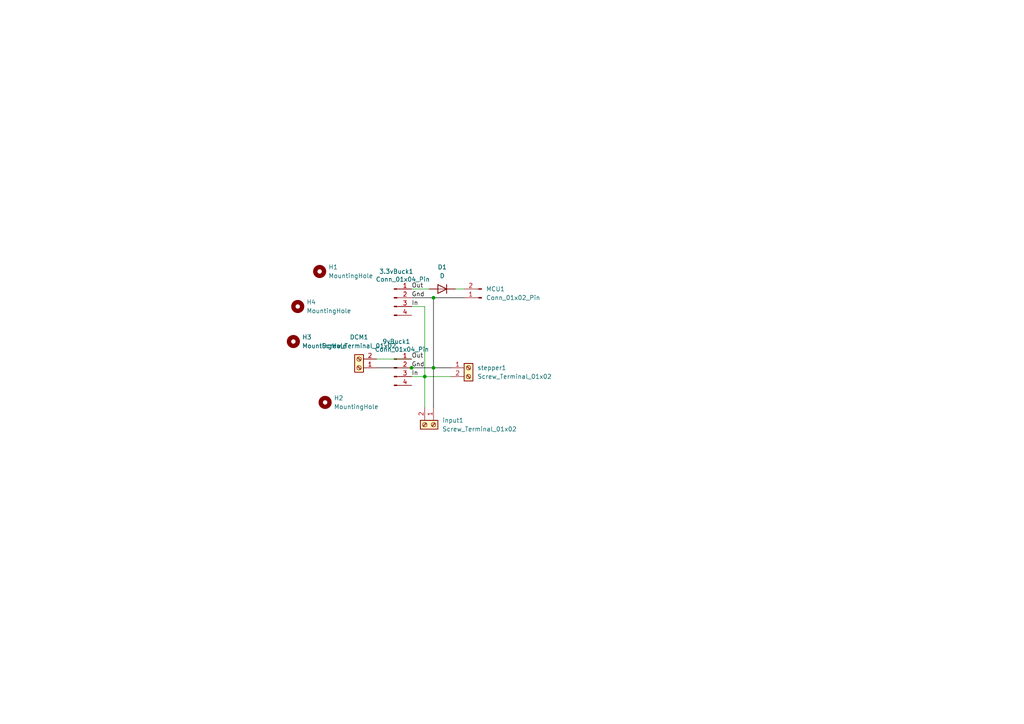
<source format=kicad_sch>
(kicad_sch
	(version 20231120)
	(generator "eeschema")
	(generator_version "8.0")
	(uuid "ca191a3f-090a-492d-8f5b-0680cd96fd5c")
	(paper "A4")
	(lib_symbols
		(symbol "Conn_01x04_Pin_1"
			(pin_names
				(offset 1.016) hide)
			(exclude_from_sim no)
			(in_bom yes)
			(on_board yes)
			(property "Reference" "J"
				(at 0 5.08 0)
				(effects
					(font
						(size 1.27 1.27)
					)
				)
			)
			(property "Value" "Conn_01x04_Pin"
				(at 0 -7.62 0)
				(effects
					(font
						(size 1.27 1.27)
					)
				)
			)
			(property "Footprint" ""
				(at 0 0 0)
				(effects
					(font
						(size 1.27 1.27)
					)
					(hide yes)
				)
			)
			(property "Datasheet" "~"
				(at 0 0 0)
				(effects
					(font
						(size 1.27 1.27)
					)
					(hide yes)
				)
			)
			(property "Description" "Generic connector, single row, 01x04, script generated"
				(at 0 0 0)
				(effects
					(font
						(size 1.27 1.27)
					)
					(hide yes)
				)
			)
			(property "ki_locked" ""
				(at 0 0 0)
				(effects
					(font
						(size 1.27 1.27)
					)
				)
			)
			(property "ki_keywords" "connector"
				(at 0 0 0)
				(effects
					(font
						(size 1.27 1.27)
					)
					(hide yes)
				)
			)
			(property "ki_fp_filters" "Connector*:*_1x??_*"
				(at 0 0 0)
				(effects
					(font
						(size 1.27 1.27)
					)
					(hide yes)
				)
			)
			(symbol "Conn_01x04_Pin_1_1_1"
				(polyline
					(pts
						(xy 1.27 -5.08) (xy 0.8636 -5.08)
					)
					(stroke
						(width 0.1524)
						(type default)
					)
					(fill
						(type none)
					)
				)
				(polyline
					(pts
						(xy 1.27 -2.54) (xy 0.8636 -2.54)
					)
					(stroke
						(width 0.1524)
						(type default)
					)
					(fill
						(type none)
					)
				)
				(polyline
					(pts
						(xy 1.27 0) (xy 0.8636 0)
					)
					(stroke
						(width 0.1524)
						(type default)
					)
					(fill
						(type none)
					)
				)
				(polyline
					(pts
						(xy 1.27 2.54) (xy 0.8636 2.54)
					)
					(stroke
						(width 0.1524)
						(type default)
					)
					(fill
						(type none)
					)
				)
				(rectangle
					(start 0.8636 -4.953)
					(end 0 -5.207)
					(stroke
						(width 0.1524)
						(type default)
					)
					(fill
						(type outline)
					)
				)
				(rectangle
					(start 0.8636 -2.413)
					(end 0 -2.667)
					(stroke
						(width 0.1524)
						(type default)
					)
					(fill
						(type outline)
					)
				)
				(rectangle
					(start 0.8636 0.127)
					(end 0 -0.127)
					(stroke
						(width 0.1524)
						(type default)
					)
					(fill
						(type outline)
					)
				)
				(rectangle
					(start 0.8636 2.667)
					(end 0 2.413)
					(stroke
						(width 0.1524)
						(type default)
					)
					(fill
						(type outline)
					)
				)
				(pin passive line
					(at 5.08 2.54 180)
					(length 3.81)
					(name "Pin_1"
						(effects
							(font
								(size 1.27 1.27)
							)
						)
					)
					(number "1"
						(effects
							(font
								(size 1.27 1.27)
							)
						)
					)
				)
				(pin passive line
					(at 5.08 0 180)
					(length 3.81)
					(name "Pin_2"
						(effects
							(font
								(size 1.27 1.27)
							)
						)
					)
					(number "2"
						(effects
							(font
								(size 1.27 1.27)
							)
						)
					)
				)
				(pin passive line
					(at 5.08 -2.54 180)
					(length 3.81)
					(name "Pin_3"
						(effects
							(font
								(size 1.27 1.27)
							)
						)
					)
					(number "3"
						(effects
							(font
								(size 1.27 1.27)
							)
						)
					)
				)
				(pin passive line
					(at 5.08 -5.08 180)
					(length 3.81)
					(name "Pin_4"
						(effects
							(font
								(size 1.27 1.27)
							)
						)
					)
					(number "4"
						(effects
							(font
								(size 1.27 1.27)
							)
						)
					)
				)
			)
		)
		(symbol "Connector:Conn_01x02_Pin"
			(pin_names
				(offset 1.016) hide)
			(exclude_from_sim no)
			(in_bom yes)
			(on_board yes)
			(property "Reference" "J"
				(at 0 2.54 0)
				(effects
					(font
						(size 1.27 1.27)
					)
				)
			)
			(property "Value" "Conn_01x02_Pin"
				(at 0 -5.08 0)
				(effects
					(font
						(size 1.27 1.27)
					)
				)
			)
			(property "Footprint" ""
				(at 0 0 0)
				(effects
					(font
						(size 1.27 1.27)
					)
					(hide yes)
				)
			)
			(property "Datasheet" "~"
				(at 0 0 0)
				(effects
					(font
						(size 1.27 1.27)
					)
					(hide yes)
				)
			)
			(property "Description" "Generic connector, single row, 01x02, script generated"
				(at 0 0 0)
				(effects
					(font
						(size 1.27 1.27)
					)
					(hide yes)
				)
			)
			(property "ki_locked" ""
				(at 0 0 0)
				(effects
					(font
						(size 1.27 1.27)
					)
				)
			)
			(property "ki_keywords" "connector"
				(at 0 0 0)
				(effects
					(font
						(size 1.27 1.27)
					)
					(hide yes)
				)
			)
			(property "ki_fp_filters" "Connector*:*_1x??_*"
				(at 0 0 0)
				(effects
					(font
						(size 1.27 1.27)
					)
					(hide yes)
				)
			)
			(symbol "Conn_01x02_Pin_1_1"
				(polyline
					(pts
						(xy 1.27 -2.54) (xy 0.8636 -2.54)
					)
					(stroke
						(width 0.1524)
						(type default)
					)
					(fill
						(type none)
					)
				)
				(polyline
					(pts
						(xy 1.27 0) (xy 0.8636 0)
					)
					(stroke
						(width 0.1524)
						(type default)
					)
					(fill
						(type none)
					)
				)
				(rectangle
					(start 0.8636 -2.413)
					(end 0 -2.667)
					(stroke
						(width 0.1524)
						(type default)
					)
					(fill
						(type outline)
					)
				)
				(rectangle
					(start 0.8636 0.127)
					(end 0 -0.127)
					(stroke
						(width 0.1524)
						(type default)
					)
					(fill
						(type outline)
					)
				)
				(pin passive line
					(at 5.08 0 180)
					(length 3.81)
					(name "Pin_1"
						(effects
							(font
								(size 1.27 1.27)
							)
						)
					)
					(number "1"
						(effects
							(font
								(size 1.27 1.27)
							)
						)
					)
				)
				(pin passive line
					(at 5.08 -2.54 180)
					(length 3.81)
					(name "Pin_2"
						(effects
							(font
								(size 1.27 1.27)
							)
						)
					)
					(number "2"
						(effects
							(font
								(size 1.27 1.27)
							)
						)
					)
				)
			)
		)
		(symbol "Connector:Conn_01x04_Pin"
			(pin_names
				(offset 1.016) hide)
			(exclude_from_sim no)
			(in_bom yes)
			(on_board yes)
			(property "Reference" "J"
				(at 0 5.08 0)
				(effects
					(font
						(size 1.27 1.27)
					)
				)
			)
			(property "Value" "Conn_01x04_Pin"
				(at 0 -7.62 0)
				(effects
					(font
						(size 1.27 1.27)
					)
				)
			)
			(property "Footprint" ""
				(at 0 0 0)
				(effects
					(font
						(size 1.27 1.27)
					)
					(hide yes)
				)
			)
			(property "Datasheet" "~"
				(at 0 0 0)
				(effects
					(font
						(size 1.27 1.27)
					)
					(hide yes)
				)
			)
			(property "Description" "Generic connector, single row, 01x04, script generated"
				(at 0 0 0)
				(effects
					(font
						(size 1.27 1.27)
					)
					(hide yes)
				)
			)
			(property "ki_locked" ""
				(at 0 0 0)
				(effects
					(font
						(size 1.27 1.27)
					)
				)
			)
			(property "ki_keywords" "connector"
				(at 0 0 0)
				(effects
					(font
						(size 1.27 1.27)
					)
					(hide yes)
				)
			)
			(property "ki_fp_filters" "Connector*:*_1x??_*"
				(at 0 0 0)
				(effects
					(font
						(size 1.27 1.27)
					)
					(hide yes)
				)
			)
			(symbol "Conn_01x04_Pin_1_1"
				(polyline
					(pts
						(xy 1.27 -5.08) (xy 0.8636 -5.08)
					)
					(stroke
						(width 0.1524)
						(type default)
					)
					(fill
						(type none)
					)
				)
				(polyline
					(pts
						(xy 1.27 -2.54) (xy 0.8636 -2.54)
					)
					(stroke
						(width 0.1524)
						(type default)
					)
					(fill
						(type none)
					)
				)
				(polyline
					(pts
						(xy 1.27 0) (xy 0.8636 0)
					)
					(stroke
						(width 0.1524)
						(type default)
					)
					(fill
						(type none)
					)
				)
				(polyline
					(pts
						(xy 1.27 2.54) (xy 0.8636 2.54)
					)
					(stroke
						(width 0.1524)
						(type default)
					)
					(fill
						(type none)
					)
				)
				(rectangle
					(start 0.8636 -4.953)
					(end 0 -5.207)
					(stroke
						(width 0.1524)
						(type default)
					)
					(fill
						(type outline)
					)
				)
				(rectangle
					(start 0.8636 -2.413)
					(end 0 -2.667)
					(stroke
						(width 0.1524)
						(type default)
					)
					(fill
						(type outline)
					)
				)
				(rectangle
					(start 0.8636 0.127)
					(end 0 -0.127)
					(stroke
						(width 0.1524)
						(type default)
					)
					(fill
						(type outline)
					)
				)
				(rectangle
					(start 0.8636 2.667)
					(end 0 2.413)
					(stroke
						(width 0.1524)
						(type default)
					)
					(fill
						(type outline)
					)
				)
				(pin passive line
					(at 5.08 2.54 180)
					(length 3.81)
					(name "Pin_1"
						(effects
							(font
								(size 1.27 1.27)
							)
						)
					)
					(number "1"
						(effects
							(font
								(size 1.27 1.27)
							)
						)
					)
				)
				(pin passive line
					(at 5.08 0 180)
					(length 3.81)
					(name "Pin_2"
						(effects
							(font
								(size 1.27 1.27)
							)
						)
					)
					(number "2"
						(effects
							(font
								(size 1.27 1.27)
							)
						)
					)
				)
				(pin passive line
					(at 5.08 -2.54 180)
					(length 3.81)
					(name "Pin_3"
						(effects
							(font
								(size 1.27 1.27)
							)
						)
					)
					(number "3"
						(effects
							(font
								(size 1.27 1.27)
							)
						)
					)
				)
				(pin passive line
					(at 5.08 -5.08 180)
					(length 3.81)
					(name "Pin_4"
						(effects
							(font
								(size 1.27 1.27)
							)
						)
					)
					(number "4"
						(effects
							(font
								(size 1.27 1.27)
							)
						)
					)
				)
			)
		)
		(symbol "Connector:Screw_Terminal_01x02"
			(pin_names
				(offset 1.016) hide)
			(exclude_from_sim no)
			(in_bom yes)
			(on_board yes)
			(property "Reference" "J"
				(at 0 2.54 0)
				(effects
					(font
						(size 1.27 1.27)
					)
				)
			)
			(property "Value" "Screw_Terminal_01x02"
				(at 0 -5.08 0)
				(effects
					(font
						(size 1.27 1.27)
					)
				)
			)
			(property "Footprint" ""
				(at 0 0 0)
				(effects
					(font
						(size 1.27 1.27)
					)
					(hide yes)
				)
			)
			(property "Datasheet" "~"
				(at 0 0 0)
				(effects
					(font
						(size 1.27 1.27)
					)
					(hide yes)
				)
			)
			(property "Description" "Generic screw terminal, single row, 01x02, script generated (kicad-library-utils/schlib/autogen/connector/)"
				(at 0 0 0)
				(effects
					(font
						(size 1.27 1.27)
					)
					(hide yes)
				)
			)
			(property "ki_keywords" "screw terminal"
				(at 0 0 0)
				(effects
					(font
						(size 1.27 1.27)
					)
					(hide yes)
				)
			)
			(property "ki_fp_filters" "TerminalBlock*:*"
				(at 0 0 0)
				(effects
					(font
						(size 1.27 1.27)
					)
					(hide yes)
				)
			)
			(symbol "Screw_Terminal_01x02_1_1"
				(rectangle
					(start -1.27 1.27)
					(end 1.27 -3.81)
					(stroke
						(width 0.254)
						(type default)
					)
					(fill
						(type background)
					)
				)
				(circle
					(center 0 -2.54)
					(radius 0.635)
					(stroke
						(width 0.1524)
						(type default)
					)
					(fill
						(type none)
					)
				)
				(polyline
					(pts
						(xy -0.5334 -2.2098) (xy 0.3302 -3.048)
					)
					(stroke
						(width 0.1524)
						(type default)
					)
					(fill
						(type none)
					)
				)
				(polyline
					(pts
						(xy -0.5334 0.3302) (xy 0.3302 -0.508)
					)
					(stroke
						(width 0.1524)
						(type default)
					)
					(fill
						(type none)
					)
				)
				(polyline
					(pts
						(xy -0.3556 -2.032) (xy 0.508 -2.8702)
					)
					(stroke
						(width 0.1524)
						(type default)
					)
					(fill
						(type none)
					)
				)
				(polyline
					(pts
						(xy -0.3556 0.508) (xy 0.508 -0.3302)
					)
					(stroke
						(width 0.1524)
						(type default)
					)
					(fill
						(type none)
					)
				)
				(circle
					(center 0 0)
					(radius 0.635)
					(stroke
						(width 0.1524)
						(type default)
					)
					(fill
						(type none)
					)
				)
				(pin passive line
					(at -5.08 0 0)
					(length 3.81)
					(name "Pin_1"
						(effects
							(font
								(size 1.27 1.27)
							)
						)
					)
					(number "1"
						(effects
							(font
								(size 1.27 1.27)
							)
						)
					)
				)
				(pin passive line
					(at -5.08 -2.54 0)
					(length 3.81)
					(name "Pin_2"
						(effects
							(font
								(size 1.27 1.27)
							)
						)
					)
					(number "2"
						(effects
							(font
								(size 1.27 1.27)
							)
						)
					)
				)
			)
		)
		(symbol "Device:D"
			(pin_numbers hide)
			(pin_names
				(offset 1.016) hide)
			(exclude_from_sim no)
			(in_bom yes)
			(on_board yes)
			(property "Reference" "D"
				(at 0 2.54 0)
				(effects
					(font
						(size 1.27 1.27)
					)
				)
			)
			(property "Value" "D"
				(at 0 -2.54 0)
				(effects
					(font
						(size 1.27 1.27)
					)
				)
			)
			(property "Footprint" ""
				(at 0 0 0)
				(effects
					(font
						(size 1.27 1.27)
					)
					(hide yes)
				)
			)
			(property "Datasheet" "~"
				(at 0 0 0)
				(effects
					(font
						(size 1.27 1.27)
					)
					(hide yes)
				)
			)
			(property "Description" "Diode"
				(at 0 0 0)
				(effects
					(font
						(size 1.27 1.27)
					)
					(hide yes)
				)
			)
			(property "Sim.Device" "D"
				(at 0 0 0)
				(effects
					(font
						(size 1.27 1.27)
					)
					(hide yes)
				)
			)
			(property "Sim.Pins" "1=K 2=A"
				(at 0 0 0)
				(effects
					(font
						(size 1.27 1.27)
					)
					(hide yes)
				)
			)
			(property "ki_keywords" "diode"
				(at 0 0 0)
				(effects
					(font
						(size 1.27 1.27)
					)
					(hide yes)
				)
			)
			(property "ki_fp_filters" "TO-???* *_Diode_* *SingleDiode* D_*"
				(at 0 0 0)
				(effects
					(font
						(size 1.27 1.27)
					)
					(hide yes)
				)
			)
			(symbol "D_0_1"
				(polyline
					(pts
						(xy -1.27 1.27) (xy -1.27 -1.27)
					)
					(stroke
						(width 0.254)
						(type default)
					)
					(fill
						(type none)
					)
				)
				(polyline
					(pts
						(xy 1.27 0) (xy -1.27 0)
					)
					(stroke
						(width 0)
						(type default)
					)
					(fill
						(type none)
					)
				)
				(polyline
					(pts
						(xy 1.27 1.27) (xy 1.27 -1.27) (xy -1.27 0) (xy 1.27 1.27)
					)
					(stroke
						(width 0.254)
						(type default)
					)
					(fill
						(type none)
					)
				)
			)
			(symbol "D_1_1"
				(pin passive line
					(at -3.81 0 0)
					(length 2.54)
					(name "K"
						(effects
							(font
								(size 1.27 1.27)
							)
						)
					)
					(number "1"
						(effects
							(font
								(size 1.27 1.27)
							)
						)
					)
				)
				(pin passive line
					(at 3.81 0 180)
					(length 2.54)
					(name "A"
						(effects
							(font
								(size 1.27 1.27)
							)
						)
					)
					(number "2"
						(effects
							(font
								(size 1.27 1.27)
							)
						)
					)
				)
			)
		)
		(symbol "Mechanical:MountingHole"
			(pin_names
				(offset 1.016)
			)
			(exclude_from_sim yes)
			(in_bom no)
			(on_board yes)
			(property "Reference" "H"
				(at 0 5.08 0)
				(effects
					(font
						(size 1.27 1.27)
					)
				)
			)
			(property "Value" "MountingHole"
				(at 0 3.175 0)
				(effects
					(font
						(size 1.27 1.27)
					)
				)
			)
			(property "Footprint" ""
				(at 0 0 0)
				(effects
					(font
						(size 1.27 1.27)
					)
					(hide yes)
				)
			)
			(property "Datasheet" "~"
				(at 0 0 0)
				(effects
					(font
						(size 1.27 1.27)
					)
					(hide yes)
				)
			)
			(property "Description" "Mounting Hole without connection"
				(at 0 0 0)
				(effects
					(font
						(size 1.27 1.27)
					)
					(hide yes)
				)
			)
			(property "ki_keywords" "mounting hole"
				(at 0 0 0)
				(effects
					(font
						(size 1.27 1.27)
					)
					(hide yes)
				)
			)
			(property "ki_fp_filters" "MountingHole*"
				(at 0 0 0)
				(effects
					(font
						(size 1.27 1.27)
					)
					(hide yes)
				)
			)
			(symbol "MountingHole_0_1"
				(circle
					(center 0 0)
					(radius 1.27)
					(stroke
						(width 1.27)
						(type default)
					)
					(fill
						(type none)
					)
				)
			)
		)
	)
	(junction
		(at 123.19 109.22)
		(diameter 0)
		(color 0 0 0 0)
		(uuid "0f901762-47a2-4c5b-a778-9a8756150909")
	)
	(junction
		(at 125.73 106.68)
		(diameter 0)
		(color 0 0 0 0)
		(uuid "78b06327-9eb8-4b2e-8dd0-1285cc40b181")
	)
	(junction
		(at 119.38 106.68)
		(diameter 0)
		(color 0 0 0 0)
		(uuid "9411ba4a-cc4b-4fb1-bebe-912f72de3dbc")
	)
	(junction
		(at 125.73 86.36)
		(diameter 0)
		(color 0 0 0 0)
		(uuid "cd42c42e-944d-438c-9f12-5c144ba87c85")
	)
	(wire
		(pts
			(xy 125.73 106.68) (xy 130.81 106.68)
		)
		(stroke
			(width 0)
			(type default)
			(color 0 0 0 1)
		)
		(uuid "08ea5aa1-5fe3-4943-aa30-c338a41f47cb")
	)
	(wire
		(pts
			(xy 123.19 109.22) (xy 130.81 109.22)
		)
		(stroke
			(width 0)
			(type default)
		)
		(uuid "10024ed4-5856-4c21-b0f3-d1c71b9af245")
	)
	(wire
		(pts
			(xy 132.08 83.82) (xy 134.62 83.82)
		)
		(stroke
			(width 0)
			(type default)
		)
		(uuid "1eb30009-e9c5-4449-b01a-2abb8e028080")
	)
	(wire
		(pts
			(xy 123.19 109.22) (xy 119.38 109.22)
		)
		(stroke
			(width 0)
			(type default)
		)
		(uuid "304d2245-cfc0-4e9c-83eb-3dccd6bc837a")
	)
	(wire
		(pts
			(xy 119.38 83.82) (xy 124.46 83.82)
		)
		(stroke
			(width 0)
			(type default)
		)
		(uuid "3593552a-9d93-4af0-9558-0c21776edece")
	)
	(wire
		(pts
			(xy 109.22 104.14) (xy 119.38 104.14)
		)
		(stroke
			(width 0)
			(type default)
		)
		(uuid "605aa2ae-4c8c-427e-a9f6-9c46d6393c1b")
	)
	(wire
		(pts
			(xy 123.19 88.9) (xy 119.38 88.9)
		)
		(stroke
			(width 0)
			(type default)
		)
		(uuid "6745e16a-3659-4af8-89d3-ba2c0923bc2d")
	)
	(wire
		(pts
			(xy 123.19 109.22) (xy 123.19 88.9)
		)
		(stroke
			(width 0)
			(type default)
		)
		(uuid "683dc8d6-1e33-4fff-a023-68fb711b18f5")
	)
	(wire
		(pts
			(xy 125.73 106.68) (xy 119.38 106.68)
		)
		(stroke
			(width 0)
			(type default)
			(color 0 0 0 1)
		)
		(uuid "7acd5970-f985-4cdf-8fee-a225f28ca5d8")
	)
	(wire
		(pts
			(xy 125.73 86.36) (xy 134.62 86.36)
		)
		(stroke
			(width 0)
			(type default)
			(color 0 0 0 1)
		)
		(uuid "8337440f-48a8-4cec-9998-2e4096e31420")
	)
	(wire
		(pts
			(xy 125.73 86.36) (xy 119.38 86.36)
		)
		(stroke
			(width 0)
			(type default)
			(color 0 0 0 1)
		)
		(uuid "b1fab0ce-6cc3-49a0-b518-c287f4b7d6d0")
	)
	(wire
		(pts
			(xy 123.19 118.11) (xy 123.19 109.22)
		)
		(stroke
			(width 0)
			(type default)
		)
		(uuid "cb3b6f4e-e882-4704-9457-7885bb36d9a0")
	)
	(wire
		(pts
			(xy 109.22 106.68) (xy 119.38 106.68)
		)
		(stroke
			(width 0)
			(type default)
			(color 0 0 0 1)
		)
		(uuid "d3111231-3ca2-4011-9990-322514bd85c4")
	)
	(wire
		(pts
			(xy 125.73 106.68) (xy 125.73 86.36)
		)
		(stroke
			(width 0)
			(type default)
			(color 0 0 0 1)
		)
		(uuid "d632cdf7-1a96-4d33-b3be-29be2048a189")
	)
	(wire
		(pts
			(xy 125.73 118.11) (xy 125.73 106.68)
		)
		(stroke
			(width 0)
			(type default)
			(color 0 0 0 1)
		)
		(uuid "f3387db0-da83-4dd2-9484-d7d2f40d3c3b")
	)
	(label "In"
		(at 119.38 109.22 0)
		(fields_autoplaced yes)
		(effects
			(font
				(size 1.27 1.27)
			)
			(justify left bottom)
		)
		(uuid "02ea0328-cf7d-44fe-8f67-cf1da42160cd")
	)
	(label "Out"
		(at 119.38 104.14 0)
		(fields_autoplaced yes)
		(effects
			(font
				(size 1.27 1.27)
			)
			(justify left bottom)
		)
		(uuid "604f901c-9361-4a9a-862e-44880b13b650")
	)
	(label "In"
		(at 119.38 88.9 0)
		(fields_autoplaced yes)
		(effects
			(font
				(size 1.27 1.27)
			)
			(justify left bottom)
		)
		(uuid "a67be2ea-4b26-4a90-b4a9-243cd48e1bec")
	)
	(label "Gnd"
		(at 119.38 86.36 0)
		(fields_autoplaced yes)
		(effects
			(font
				(size 1.27 1.27)
			)
			(justify left bottom)
		)
		(uuid "b86d7605-83c8-42d3-8b60-9cbbcb55d802")
	)
	(label "Gnd"
		(at 119.38 106.68 0)
		(fields_autoplaced yes)
		(effects
			(font
				(size 1.27 1.27)
			)
			(justify left bottom)
		)
		(uuid "b8dc4641-0abf-4f19-88c9-b8bef84fa901")
	)
	(label "Out"
		(at 119.38 83.82 0)
		(fields_autoplaced yes)
		(effects
			(font
				(size 1.27 1.27)
			)
			(justify left bottom)
		)
		(uuid "d81cf1cc-7594-443c-affc-443dac68ab41")
	)
	(symbol
		(lib_id "Device:D")
		(at 128.27 83.82 180)
		(unit 1)
		(exclude_from_sim no)
		(in_bom yes)
		(on_board yes)
		(dnp no)
		(fields_autoplaced yes)
		(uuid "0edc93ec-d170-4788-a2f9-a5ed50622310")
		(property "Reference" "D1"
			(at 128.27 77.47 0)
			(effects
				(font
					(size 1.27 1.27)
				)
			)
		)
		(property "Value" "D"
			(at 128.27 80.01 0)
			(effects
				(font
					(size 1.27 1.27)
				)
			)
		)
		(property "Footprint" "Diode_THT:D_A-405_P10.16mm_Horizontal"
			(at 128.27 83.82 0)
			(effects
				(font
					(size 1.27 1.27)
				)
				(hide yes)
			)
		)
		(property "Datasheet" "~"
			(at 128.27 83.82 0)
			(effects
				(font
					(size 1.27 1.27)
				)
				(hide yes)
			)
		)
		(property "Description" "Diode"
			(at 128.27 83.82 0)
			(effects
				(font
					(size 1.27 1.27)
				)
				(hide yes)
			)
		)
		(property "Sim.Device" "D"
			(at 128.27 83.82 0)
			(effects
				(font
					(size 1.27 1.27)
				)
				(hide yes)
			)
		)
		(property "Sim.Pins" "1=K 2=A"
			(at 128.27 83.82 0)
			(effects
				(font
					(size 1.27 1.27)
				)
				(hide yes)
			)
		)
		(pin "2"
			(uuid "081dcc54-8fd8-470f-97ae-f70654f4d292")
		)
		(pin "1"
			(uuid "dd631bdc-0ec5-4c00-825b-9fa36c850826")
		)
		(instances
			(project ""
				(path "/ca191a3f-090a-492d-8f5b-0680cd96fd5c"
					(reference "D1")
					(unit 1)
				)
			)
		)
	)
	(symbol
		(lib_id "Connector:Screw_Terminal_01x02")
		(at 104.14 106.68 180)
		(unit 1)
		(exclude_from_sim no)
		(in_bom yes)
		(on_board yes)
		(dnp no)
		(fields_autoplaced yes)
		(uuid "11eef896-9266-4713-be76-0f9208129c9e")
		(property "Reference" "DCM1"
			(at 104.14 97.79 0)
			(effects
				(font
					(size 1.27 1.27)
				)
			)
		)
		(property "Value" "Screw_Terminal_01x02"
			(at 104.14 100.33 0)
			(effects
				(font
					(size 1.27 1.27)
				)
			)
		)
		(property "Footprint" "TerminalBlock:TerminalBlock_bornier-2_P5.08mm"
			(at 104.14 106.68 0)
			(effects
				(font
					(size 1.27 1.27)
				)
				(hide yes)
			)
		)
		(property "Datasheet" "~"
			(at 104.14 106.68 0)
			(effects
				(font
					(size 1.27 1.27)
				)
				(hide yes)
			)
		)
		(property "Description" "Generic screw terminal, single row, 01x02, script generated (kicad-library-utils/schlib/autogen/connector/)"
			(at 104.14 106.68 0)
			(effects
				(font
					(size 1.27 1.27)
				)
				(hide yes)
			)
		)
		(pin "1"
			(uuid "7d4d84e3-238a-40e6-9d86-246b93499ad4")
		)
		(pin "2"
			(uuid "6e785203-532d-46d2-8317-4c70448a124e")
		)
		(instances
			(project "power board"
				(path "/ca191a3f-090a-492d-8f5b-0680cd96fd5c"
					(reference "DCM1")
					(unit 1)
				)
			)
		)
	)
	(symbol
		(lib_id "Mechanical:MountingHole")
		(at 86.36 88.9 0)
		(unit 1)
		(exclude_from_sim yes)
		(in_bom no)
		(on_board yes)
		(dnp no)
		(fields_autoplaced yes)
		(uuid "2bb99477-312e-40e2-b81a-de6cff508ea4")
		(property "Reference" "H4"
			(at 88.9 87.6299 0)
			(effects
				(font
					(size 1.27 1.27)
				)
				(justify left)
			)
		)
		(property "Value" "MountingHole"
			(at 88.9 90.1699 0)
			(effects
				(font
					(size 1.27 1.27)
				)
				(justify left)
			)
		)
		(property "Footprint" "MountingHole:MountingHole_3.2mm_M3"
			(at 86.36 88.9 0)
			(effects
				(font
					(size 1.27 1.27)
				)
				(hide yes)
			)
		)
		(property "Datasheet" "~"
			(at 86.36 88.9 0)
			(effects
				(font
					(size 1.27 1.27)
				)
				(hide yes)
			)
		)
		(property "Description" "Mounting Hole without connection"
			(at 86.36 88.9 0)
			(effects
				(font
					(size 1.27 1.27)
				)
				(hide yes)
			)
		)
		(instances
			(project "power board"
				(path "/ca191a3f-090a-492d-8f5b-0680cd96fd5c"
					(reference "H4")
					(unit 1)
				)
			)
		)
	)
	(symbol
		(lib_name "Conn_01x04_Pin_1")
		(lib_id "Connector:Conn_01x04_Pin")
		(at 114.3 106.68 0)
		(unit 1)
		(exclude_from_sim no)
		(in_bom yes)
		(on_board yes)
		(dnp no)
		(uuid "372211b3-00c2-454e-8545-0a3478eeee05")
		(property "Reference" "9vBuck1"
			(at 114.935 99.06 0)
			(effects
				(font
					(size 1.27 1.27)
				)
			)
		)
		(property "Value" "Conn_01x04_Pin"
			(at 116.586 101.346 0)
			(effects
				(font
					(size 1.27 1.27)
				)
			)
		)
		(property "Footprint" "Connector_PinSocket_2.54mm:PinSocket_1x04_P2.54mm_Vertical"
			(at 114.3 106.68 0)
			(effects
				(font
					(size 1.27 1.27)
				)
				(hide yes)
			)
		)
		(property "Datasheet" "~"
			(at 114.3 106.68 0)
			(effects
				(font
					(size 1.27 1.27)
				)
				(hide yes)
			)
		)
		(property "Description" "Generic connector, single row, 01x04, script generated"
			(at 114.3 106.68 0)
			(effects
				(font
					(size 1.27 1.27)
				)
				(hide yes)
			)
		)
		(pin "4"
			(uuid "17ccd122-b4bb-472a-a92e-ca97b010f090")
		)
		(pin "1"
			(uuid "3aff87b6-d570-4949-9c49-20318ed42181")
		)
		(pin "3"
			(uuid "f8fbe8d8-19cb-40ef-9e35-749049207fc5")
		)
		(pin "2"
			(uuid "3573c4a8-e812-4c8f-b5ce-31964221ca29")
		)
		(instances
			(project "power board"
				(path "/ca191a3f-090a-492d-8f5b-0680cd96fd5c"
					(reference "9vBuck1")
					(unit 1)
				)
			)
		)
	)
	(symbol
		(lib_id "Connector:Conn_01x02_Pin")
		(at 139.7 86.36 180)
		(unit 1)
		(exclude_from_sim no)
		(in_bom yes)
		(on_board yes)
		(dnp no)
		(uuid "52eb2665-171e-4c55-bee3-7c8c5d9565b7")
		(property "Reference" "MCU1"
			(at 140.97 83.82 0)
			(effects
				(font
					(size 1.27 1.27)
				)
				(justify right)
			)
		)
		(property "Value" "Conn_01x02_Pin"
			(at 140.97 86.3599 0)
			(effects
				(font
					(size 1.27 1.27)
				)
				(justify right)
			)
		)
		(property "Footprint" "Connector_PinSocket_2.54mm:PinSocket_1x02_P2.54mm_Vertical"
			(at 139.7 86.36 0)
			(effects
				(font
					(size 1.27 1.27)
				)
				(hide yes)
			)
		)
		(property "Datasheet" "~"
			(at 139.7 86.36 0)
			(effects
				(font
					(size 1.27 1.27)
				)
				(hide yes)
			)
		)
		(property "Description" "Generic connector, single row, 01x02, script generated"
			(at 139.7 86.36 0)
			(effects
				(font
					(size 1.27 1.27)
				)
				(hide yes)
			)
		)
		(pin "1"
			(uuid "005cf35a-bc22-4bdd-8ed6-27027a913d9e")
		)
		(pin "2"
			(uuid "6b5f0265-8dd6-4a40-ad87-982a5b0037a3")
		)
		(instances
			(project ""
				(path "/ca191a3f-090a-492d-8f5b-0680cd96fd5c"
					(reference "MCU1")
					(unit 1)
				)
			)
		)
	)
	(symbol
		(lib_id "Connector:Screw_Terminal_01x02")
		(at 125.73 123.19 270)
		(unit 1)
		(exclude_from_sim no)
		(in_bom yes)
		(on_board yes)
		(dnp no)
		(fields_autoplaced yes)
		(uuid "78821ed9-05bb-41fb-b54e-504c96dee1a4")
		(property "Reference" "input1"
			(at 128.27 121.9199 90)
			(effects
				(font
					(size 1.27 1.27)
				)
				(justify left)
			)
		)
		(property "Value" "Screw_Terminal_01x02"
			(at 128.27 124.4599 90)
			(effects
				(font
					(size 1.27 1.27)
				)
				(justify left)
			)
		)
		(property "Footprint" "TerminalBlock:TerminalBlock_bornier-2_P5.08mm"
			(at 125.73 123.19 0)
			(effects
				(font
					(size 1.27 1.27)
				)
				(hide yes)
			)
		)
		(property "Datasheet" "~"
			(at 125.73 123.19 0)
			(effects
				(font
					(size 1.27 1.27)
				)
				(hide yes)
			)
		)
		(property "Description" "Generic screw terminal, single row, 01x02, script generated (kicad-library-utils/schlib/autogen/connector/)"
			(at 125.73 123.19 0)
			(effects
				(font
					(size 1.27 1.27)
				)
				(hide yes)
			)
		)
		(pin "1"
			(uuid "66732060-1c2c-4e8c-aed2-41c61692b6fc")
		)
		(pin "2"
			(uuid "e47beff7-a927-4e1d-b58c-f2bc8225674e")
		)
		(instances
			(project ""
				(path "/ca191a3f-090a-492d-8f5b-0680cd96fd5c"
					(reference "input1")
					(unit 1)
				)
			)
		)
	)
	(symbol
		(lib_id "Mechanical:MountingHole")
		(at 85.09 99.06 0)
		(unit 1)
		(exclude_from_sim yes)
		(in_bom no)
		(on_board yes)
		(dnp no)
		(fields_autoplaced yes)
		(uuid "82c37749-aebb-4a5c-93c2-69115333bcb6")
		(property "Reference" "H3"
			(at 87.63 97.7899 0)
			(effects
				(font
					(size 1.27 1.27)
				)
				(justify left)
			)
		)
		(property "Value" "MountingHole"
			(at 87.63 100.3299 0)
			(effects
				(font
					(size 1.27 1.27)
				)
				(justify left)
			)
		)
		(property "Footprint" "MountingHole:MountingHole_3.2mm_M3"
			(at 85.09 99.06 0)
			(effects
				(font
					(size 1.27 1.27)
				)
				(hide yes)
			)
		)
		(property "Datasheet" "~"
			(at 85.09 99.06 0)
			(effects
				(font
					(size 1.27 1.27)
				)
				(hide yes)
			)
		)
		(property "Description" "Mounting Hole without connection"
			(at 85.09 99.06 0)
			(effects
				(font
					(size 1.27 1.27)
				)
				(hide yes)
			)
		)
		(instances
			(project "power board"
				(path "/ca191a3f-090a-492d-8f5b-0680cd96fd5c"
					(reference "H3")
					(unit 1)
				)
			)
		)
	)
	(symbol
		(lib_id "Mechanical:MountingHole")
		(at 94.2984 116.7149 0)
		(unit 1)
		(exclude_from_sim yes)
		(in_bom no)
		(on_board yes)
		(dnp no)
		(fields_autoplaced yes)
		(uuid "88c826d4-d2ed-45f0-9d8d-72d5650e0e59")
		(property "Reference" "H2"
			(at 96.8384 115.4448 0)
			(effects
				(font
					(size 1.27 1.27)
				)
				(justify left)
			)
		)
		(property "Value" "MountingHole"
			(at 96.8384 117.9848 0)
			(effects
				(font
					(size 1.27 1.27)
				)
				(justify left)
			)
		)
		(property "Footprint" "MountingHole:MountingHole_3.2mm_M3"
			(at 94.2984 116.7149 0)
			(effects
				(font
					(size 1.27 1.27)
				)
				(hide yes)
			)
		)
		(property "Datasheet" "~"
			(at 94.2984 116.7149 0)
			(effects
				(font
					(size 1.27 1.27)
				)
				(hide yes)
			)
		)
		(property "Description" "Mounting Hole without connection"
			(at 94.2984 116.7149 0)
			(effects
				(font
					(size 1.27 1.27)
				)
				(hide yes)
			)
		)
		(instances
			(project "power board"
				(path "/ca191a3f-090a-492d-8f5b-0680cd96fd5c"
					(reference "H2")
					(unit 1)
				)
			)
		)
	)
	(symbol
		(lib_id "Connector:Screw_Terminal_01x02")
		(at 135.89 106.68 0)
		(unit 1)
		(exclude_from_sim no)
		(in_bom yes)
		(on_board yes)
		(dnp no)
		(fields_autoplaced yes)
		(uuid "9ae9f595-1076-4c30-80c8-5f7d73d518e1")
		(property "Reference" "stepper1"
			(at 138.43 106.6799 0)
			(effects
				(font
					(size 1.27 1.27)
				)
				(justify left)
			)
		)
		(property "Value" "Screw_Terminal_01x02"
			(at 138.43 109.2199 0)
			(effects
				(font
					(size 1.27 1.27)
				)
				(justify left)
			)
		)
		(property "Footprint" "TerminalBlock:TerminalBlock_bornier-2_P5.08mm"
			(at 135.89 106.68 0)
			(effects
				(font
					(size 1.27 1.27)
				)
				(hide yes)
			)
		)
		(property "Datasheet" "~"
			(at 135.89 106.68 0)
			(effects
				(font
					(size 1.27 1.27)
				)
				(hide yes)
			)
		)
		(property "Description" "Generic screw terminal, single row, 01x02, script generated (kicad-library-utils/schlib/autogen/connector/)"
			(at 135.89 106.68 0)
			(effects
				(font
					(size 1.27 1.27)
				)
				(hide yes)
			)
		)
		(pin "1"
			(uuid "debbc1bc-ee13-4ebc-88a8-8c84ce89f67f")
		)
		(pin "2"
			(uuid "78fab5da-f5fc-4788-8b4d-9a56b1bb729c")
		)
		(instances
			(project "power board"
				(path "/ca191a3f-090a-492d-8f5b-0680cd96fd5c"
					(reference "stepper1")
					(unit 1)
				)
			)
		)
	)
	(symbol
		(lib_id "Connector:Conn_01x04_Pin")
		(at 114.3 86.36 0)
		(unit 1)
		(exclude_from_sim no)
		(in_bom yes)
		(on_board yes)
		(dnp no)
		(uuid "a646bbe9-ab09-48c1-9a17-2f5b20268a6f")
		(property "Reference" "3.3vBuck1"
			(at 114.935 78.74 0)
			(effects
				(font
					(size 1.27 1.27)
				)
			)
		)
		(property "Value" "Conn_01x04_Pin"
			(at 116.84 81.026 0)
			(effects
				(font
					(size 1.27 1.27)
				)
			)
		)
		(property "Footprint" "Connector_PinSocket_2.54mm:PinSocket_1x04_P2.54mm_Vertical"
			(at 114.3 86.36 0)
			(effects
				(font
					(size 1.27 1.27)
				)
				(hide yes)
			)
		)
		(property "Datasheet" "~"
			(at 114.3 86.36 0)
			(effects
				(font
					(size 1.27 1.27)
				)
				(hide yes)
			)
		)
		(property "Description" "Generic connector, single row, 01x04, script generated"
			(at 114.3 86.36 0)
			(effects
				(font
					(size 1.27 1.27)
				)
				(hide yes)
			)
		)
		(pin "4"
			(uuid "80af734e-2274-4dde-80a5-cbb86c8e327d")
		)
		(pin "1"
			(uuid "d3591298-c361-4bed-b82b-b97a4705b4b9")
		)
		(pin "3"
			(uuid "9c55430b-7d61-49a7-bb7e-b9bcf23b292a")
		)
		(pin "2"
			(uuid "6c3a510e-4bd6-4c95-bda7-622bcbd15009")
		)
		(instances
			(project ""
				(path "/ca191a3f-090a-492d-8f5b-0680cd96fd5c"
					(reference "3.3vBuck1")
					(unit 1)
				)
			)
		)
	)
	(symbol
		(lib_id "Mechanical:MountingHole")
		(at 92.71 78.74 0)
		(unit 1)
		(exclude_from_sim yes)
		(in_bom no)
		(on_board yes)
		(dnp no)
		(fields_autoplaced yes)
		(uuid "dc2ef565-ff0b-4f40-ab9c-9fb72a594784")
		(property "Reference" "H1"
			(at 95.25 77.4699 0)
			(effects
				(font
					(size 1.27 1.27)
				)
				(justify left)
			)
		)
		(property "Value" "MountingHole"
			(at 95.25 80.0099 0)
			(effects
				(font
					(size 1.27 1.27)
				)
				(justify left)
			)
		)
		(property "Footprint" "MountingHole:MountingHole_3.2mm_M3"
			(at 92.71 78.74 0)
			(effects
				(font
					(size 1.27 1.27)
				)
				(hide yes)
			)
		)
		(property "Datasheet" "~"
			(at 92.71 78.74 0)
			(effects
				(font
					(size 1.27 1.27)
				)
				(hide yes)
			)
		)
		(property "Description" "Mounting Hole without connection"
			(at 92.71 78.74 0)
			(effects
				(font
					(size 1.27 1.27)
				)
				(hide yes)
			)
		)
		(instances
			(project ""
				(path "/ca191a3f-090a-492d-8f5b-0680cd96fd5c"
					(reference "H1")
					(unit 1)
				)
			)
		)
	)
	(sheet_instances
		(path "/"
			(page "1")
		)
	)
)

</source>
